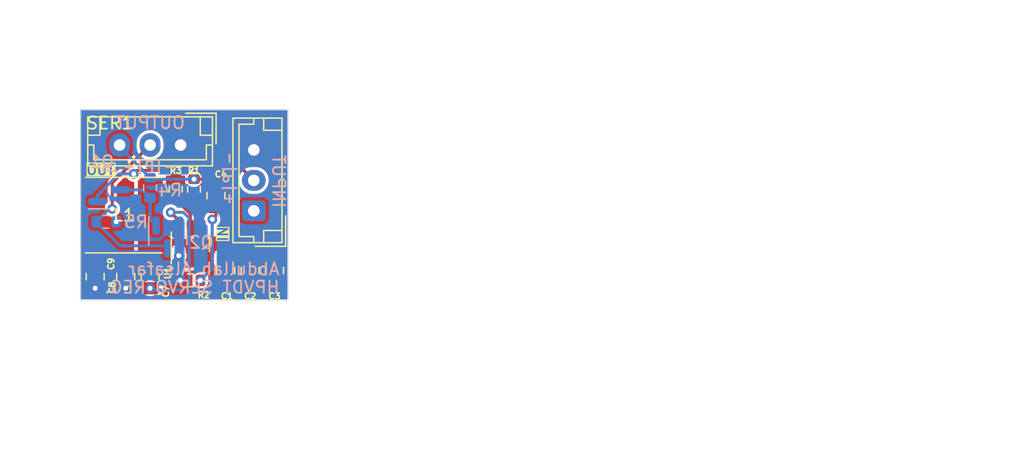
<source format=kicad_pcb>
(kicad_pcb (version 20241229) (generator "pcbnew") (generator_version "9.0")
  (title_block (title "Aircraft Joystick Reader & Regulator - Servo") (date "2023-06-03") (rev "6") (company "Human Powered Vehicles Design Team @ UOFT"))
  (layers (0 "F.Cu" signal) (2 "B.Cu" signal) (13 "F.Paste" user) (15 "B.Paste" user) (5 "F.SilkS" user "F.Silkscreen") (7 "B.SilkS" user "B.Silkscreen") (1 "F.Mask" user) (3 "B.Mask" user) (25 "Edge.Cuts" user))
  (net 0 "")
  (net 1 "+5V")
  (net 2 "GND")
  (net 3 "Net-(U1-SW)")
  (net 4 "Net-(U1-VBST)")
  (net 5 "Net-(U1-EN)")
  (net 6 "SER^{IN}")
  (net 7 "Net-(J1-Pin_1)")
  (net 8 "Net-(Q1-D)")
  (net 9 "SER^{OUT}")
  (net 10 "Net-(U1-VFB)")
  (footprint "Capacitor_SMD:C_0805_2012Metric" (layer "F.Cu") (at 136.3 65.3 90)
    (property "Reference" "C8" (at -0.9 -1.1 90) (layer "F.SilkS") (effects (font (size 0.5 0.5) (thickness 0.125))))
    (property "Value" "22uF")
    (fp_line (start -0.261252 -0.735) (end 0.261252 -0.735) (stroke (width 0.12)) (layer "F.SilkS"))
    (fp_line (start -0.261252 0.735) (end 0.261252 0.735) (stroke (width 0.12)) (layer "F.SilkS"))
    (pad "1" smd roundrect (at -0.95 0 90) (size 1 1.45) (layers "F.Cu" "F.Mask" "F.Paste") (net 2 "GND"))
    (pad "2" smd roundrect (at 0.95 0 90) (size 1 1.45) (layers "F.Cu" "F.Mask" "F.Paste") (net 1 "+5V"))
  )
  (footprint "Capacitor_SMD:C_0805_2012Metric" (layer "F.Cu") (at 138.3 65.3 -90)
    (property "Reference" "C7" (at 1.2 -1.3 90) (layer "F.SilkS") (effects (font (size 0.5 0.5) (thickness 0.125))))
    (property "Value" "0.1uF")
    (fp_line (start -0.261252 0.735) (end 0.261252 0.735) (stroke (width 0.12)) (layer "F.SilkS"))
    (fp_line (start -0.261252 -0.735) (end 0.261252 -0.735) (stroke (width 0.12)) (layer "F.SilkS"))
    (pad "1" smd roundrect (at -0.95 0 270) (size 1 1.45) (layers "F.Cu" "F.Mask" "F.Paste") (net 3 "Net-(U1-SW)"))
    (pad "2" smd roundrect (at 0.95 0 270) (size 1 1.45) (layers "F.Cu" "F.Mask" "F.Paste") (net 4 "Net-(U1-VBST)"))
  )
  (footprint "Capacitor_SMD:C_0805_2012Metric" (layer "F.Cu") (at 143.7 58.65 90)
    (property "Reference" "C4" (at 1.75 0.4 180) (layer "F.SilkS") (effects (font (size 0.5 0.5) (thickness 0.125))))
    (property "Value" "0.1uF")
    (fp_line (start -0.261252 -0.735) (end 0.261252 -0.735) (stroke (width 0.12)) (layer "F.SilkS"))
    (fp_line (start -0.261252 0.735) (end 0.261252 0.735) (stroke (width 0.12)) (layer "F.SilkS"))
    (pad "1" smd roundrect (at -0.95 0 90) (size 1 1.45) (layers "F.Cu" "F.Mask" "F.Paste") (net 10 "Net-(U1-VFB)"))
    (pad "2" smd roundrect (at 0.95 0 90) (size 1 1.45) (layers "F.Cu" "F.Mask" "F.Paste") (net 1 "+5V"))
  )
  (footprint "Capacitor_SMD:C_0805_2012Metric" (layer "F.Cu") (at 146.5 64.8 90)
    (property "Reference" "C2" (at -2.1 0 180) (layer "F.SilkS") (effects (font (size 0.5 0.5) (thickness 0.125))))
    (property "Value" "22uF")
    (fp_line (start -0.261252 -0.735) (end 0.261252 -0.735) (stroke (width 0.12)) (layer "F.SilkS"))
    (fp_line (start -0.261252 0.735) (end 0.261252 0.735) (stroke (width 0.12)) (layer "F.SilkS"))
    (pad "1" smd roundrect (at -0.95 0 90) (size 1 1.45) (layers "F.Cu" "F.Mask" "F.Paste") (net 7 "Net-(J1-Pin_1)"))
    (pad "2" smd roundrect (at 0.95 0 90) (size 1 1.45) (layers "F.Cu" "F.Mask" "F.Paste") (net 2 "GND"))
  )
  (footprint "Inductor_SMD:L_Taiyo-Yuden_NR-60xx" (layer "F.Cu") (at 136.15 60.25)
    (property "Reference" "L1" (at 0 0 0) (layer "F.SilkS"))
    (property "Value" "3.3uH")
    (fp_line (start -3.15 -3.1) (end 3.15 -3.1) (stroke (width 0.12)) (layer "F.SilkS"))
    (fp_line (start -3.15 3.1) (end 3.15 3.1) (stroke (width 0.12)) (layer "F.SilkS"))
    (pad "1" smd rect (at -2.35 0) (size 1.6 5.7) (layers "F.Cu" "F.Mask" "F.Paste") (net 1 "+5V"))
    (pad "2" smd rect (at 2.35 0) (size 1.6 5.7) (layers "F.Cu" "F.Mask" "F.Paste") (net 3 "Net-(U1-SW)"))
  )
  (footprint "Resistor_SMD:R_0603_1608Metric" (layer "F.Cu") (at 141.9 58.125 -90)
    (property "Reference" "R1" (at -1.525 0 180) (layer "F.SilkS") (effects (font (size 0.5 0.5) (thickness 0.125))))
    (property "Value" "54.9k")
    (fp_line (start -0.237258 0.5225) (end 0.237258 0.5225) (stroke (width 0.12)) (layer "F.SilkS"))
    (fp_line (start -0.237258 -0.5225) (end 0.237258 -0.5225) (stroke (width 0.12)) (layer "F.SilkS"))
    (pad "1" smd roundrect (at -0.825 0 270) (size 0.8 0.95) (layers "F.Cu" "F.Mask" "F.Paste") (net 1 "+5V"))
    (pad "2" smd roundrect (at 0.825 0 270) (size 0.8 0.95) (layers "F.Cu" "F.Mask" "F.Paste") (net 10 "Net-(U1-VFB)"))
  )
  (footprint "Capacitor_SMD:C_0805_2012Metric" (layer "F.Cu") (at 133.8 65.3 90)
    (property "Reference" "C9" (at 1.05 1.3 90) (layer "F.SilkS") (effects (font (size 0.5 0.5) (thickness 0.125))))
    (property "Value" "22uF")
    (fp_line (start -0.261252 -0.735) (end 0.261252 -0.735) (stroke (width 0.12)) (layer "F.SilkS"))
    (fp_line (start -0.261252 0.735) (end 0.261252 0.735) (stroke (width 0.12)) (layer "F.SilkS"))
    (pad "1" smd roundrect (at -0.95 0 90) (size 1 1.45) (layers "F.Cu" "F.Mask" "F.Paste") (net 2 "GND"))
    (pad "2" smd roundrect (at 0.95 0 90) (size 1 1.45) (layers "F.Cu" "F.Mask" "F.Paste") (net 1 "+5V"))
  )
  (footprint "Capacitor_SMD:C_0805_2012Metric" (layer "F.Cu") (at 144.5 64.8 90)
    (property "Reference" "C1" (at -2.1 0.1 180) (layer "F.SilkS") (effects (font (size 0.5 0.5) (thickness 0.125))))
    (property "Value" "22uF")
    (fp_line (start -0.261252 -0.735) (end 0.261252 -0.735) (stroke (width 0.12)) (layer "F.SilkS"))
    (fp_line (start -0.261252 0.735) (end 0.261252 0.735) (stroke (width 0.12)) (layer "F.SilkS"))
    (pad "1" smd roundrect (at -0.95 0 90) (size 1 1.45) (layers "F.Cu" "F.Mask" "F.Paste") (net 7 "Net-(J1-Pin_1)"))
    (pad "2" smd roundrect (at 0.95 0 90) (size 1 1.45) (layers "F.Cu" "F.Mask" "F.Paste") (net 2 "GND"))
  )
  (footprint "Resistor_SMD:R_0603_1608Metric" (layer "F.Cu") (at 141.6 65.6)
    (property "Reference" "R2" (at 1.1 1.2 0) (layer "F.SilkS") (effects (font (size 0.5 0.5) (thickness 0.125) (bold yes))))
    (property "Value" "10k")
    (fp_line (start -0.237258 -0.5225) (end 0.237258 -0.5225) (stroke (width 0.12)) (layer "F.SilkS"))
    (fp_line (start -0.237258 0.5225) (end 0.237258 0.5225) (stroke (width 0.12)) (layer "F.SilkS"))
    (pad "1" smd roundrect (at -0.825 0) (size 0.8 0.95) (layers "F.Cu" "F.Mask" "F.Paste") (net 2 "GND"))
    (pad "2" smd roundrect (at 0.825 0) (size 0.8 0.95) (layers "F.Cu" "F.Mask" "F.Paste") (net 10 "Net-(U1-VFB)"))
  )
  (footprint "Connector_JST:JST_EH_B3B-EH-A_1x03_P2.50mm_Vertical" (layer "F.Cu") (at 140.8 54.5 180)
    (property "Reference" "SER1" (at 5.8 1.8 0) (layer "F.SilkS"))
    (property "Value" "Conn_01x03_Pin")
    (fp_line (start 7.61 2.31) (end 7.61 -1.71) (stroke (width 0.12)) (layer "F.SilkS"))
    (fp_line (start 7.61 0.81) (end 6.61 0.81) (stroke (width 0.12)) (layer "F.SilkS"))
    (fp_line (start 7.61 -1.71) (end -2.61 -1.71) (stroke (width 0.12)) (layer "F.SilkS"))
    (fp_line (start 7.11 0) (end 7.61 0) (stroke (width 0.12)) (layer "F.SilkS"))
    (fp_line (start 7.11 -1.21) (end 7.11 0) (stroke (width 0.12)) (layer "F.SilkS"))
    (fp_line (start 6.61 0.81) (end 6.61 2.31) (stroke (width 0.12)) (layer "F.SilkS"))
    (fp_line (start -1.61 0.81) (end -1.61 2.31) (stroke (width 0.12)) (layer "F.SilkS"))
    (fp_line (start -2.11 0) (end -2.11 -1.21) (stroke (width 0.12)) (layer "F.SilkS"))
    (fp_line (start -2.11 -1.21) (end 7.11 -1.21) (stroke (width 0.12)) (layer "F.SilkS"))
    (fp_line (start -2.61 2.31) (end 7.61 2.31) (stroke (width 0.12)) (layer "F.SilkS"))
    (fp_line (start -2.61 0.81) (end -1.61 0.81) (stroke (width 0.12)) (layer "F.SilkS"))
    (fp_line (start -2.61 0) (end -2.11 0) (stroke (width 0.12)) (layer "F.SilkS"))
    (fp_line (start -2.61 -1.71) (end -2.61 2.31) (stroke (width 0.12)) (layer "F.SilkS"))
    (fp_line (start -2.91 2.61) (end -0.41 2.61) (stroke (width 0.12)) (layer "F.SilkS"))
    (fp_line (start -2.91 0.11) (end -2.91 2.61) (stroke (width 0.12)) (layer "F.SilkS"))
    (pad "1" thru_hole roundrect (at 0 0 180) (size 1.7 1.95) (drill 0.95) (layers "*.Cu" "*.Mask") (roundrect_rratio 0.1470588235) (net 2 "GND"))
    (pad "2" thru_hole oval (at 2.5 0 180) (size 1.7 1.95) (drill 0.95) (layers "*.Cu" "*.Mask") (net 9 "SER^{OUT}"))
    (pad "3" thru_hole oval (at 5 0 180) (size 1.7 1.95) (drill 0.95) (layers "*.Cu" "*.Mask") (net 1 "+5V"))
  )
  (footprint "Resistor_SMD:R_0603_1608Metric" (layer "F.Cu") (at 140.4 58.125 90)
    (property "Reference" "R3" (at 1.525 0 180) (layer "F.SilkS") (effects (font (size 0.5 0.5) (thickness 0.125))))
    (property "Value" "10k")
    (fp_line (start -0.237258 -0.5225) (end 0.237258 -0.5225) (stroke (width 0.12)) (layer "F.SilkS"))
    (fp_line (start -0.237258 0.5225) (end 0.237258 0.5225) (stroke (width 0.12)) (layer "F.SilkS"))
    (pad "1" smd roundrect (at -0.825 0 90) (size 0.8 0.95) (layers "F.Cu" "F.Mask" "F.Paste") (net 5 "Net-(U1-EN)"))
    (pad "2" smd roundrect (at 0.825 0 90) (size 0.8 0.95) (layers "F.Cu" "F.Mask" "F.Paste") (net 7 "Net-(J1-Pin_1)"))
  )
  (footprint "Connector_JST:JST_EH_B3B-EH-A_1x03_P2.50mm_Vertical" (layer "F.Cu") (at 146.8 59.9 90)
    (property "Reference" "J1" (hide yes))
    (property "Value" "Conn_01x03_Socket")
    (fp_line (start 7.61 -1.71) (end -2.61 -1.71) (stroke (width 0.12)) (layer "F.SilkS"))
    (fp_line (start -2.61 -1.71) (end -2.61 2.31) (stroke (width 0.12)) (layer "F.SilkS"))
    (fp_line (start 7.11 -1.21) (end 7.11 0) (stroke (width 0.12)) (layer "F.SilkS"))
    (fp_line (start -2.11 -1.21) (end 7.11 -1.21) (stroke (width 0.12)) (layer "F.SilkS"))
    (fp_line (start 7.11 0) (end 7.61 0) (stroke (width 0.12)) (layer "F.SilkS"))
    (fp_line (start -2.11 0) (end -2.11 -1.21) (stroke (width 0.12)) (layer "F.SilkS"))
    (fp_line (start -2.61 0) (end -2.11 0) (stroke (width 0.12)) (layer "F.SilkS"))
    (fp_line (start -2.91 0.11) (end -2.91 2.61) (stroke (width 0.12)) (layer "F.SilkS"))
    (fp_line (start 7.61 0.81) (end 6.61 0.81) (stroke (width 0.12)) (layer "F.SilkS"))
    (fp_line (start 6.61 0.81) (end 6.61 2.31) (stroke (width 0.12)) (layer "F.SilkS"))
    (fp_line (start -1.61 0.81) (end -1.61 2.31) (stroke (width 0.12)) (layer "F.SilkS"))
    (fp_line (start -2.61 0.81) (end -1.61 0.81) (stroke (width 0.12)) (layer "F.SilkS"))
    (fp_line (start 7.61 2.31) (end 7.61 -1.71) (stroke (width 0.12)) (layer "F.SilkS"))
    (fp_line (start -2.61 2.31) (end 7.61 2.31) (stroke (width 0.12)) (layer "F.SilkS"))
    (fp_line (start -2.91 2.61) (end -0.41 2.61) (stroke (width 0.12)) (layer "F.SilkS"))
    (pad "1" thru_hole roundrect (at 0 0 90) (size 1.7 1.95) (drill 0.95) (layers "*.Cu" "*.Mask") (roundrect_rratio 0.1470588235) (net 7 "Net-(J1-Pin_1)"))
    (pad "2" thru_hole oval (at 2.5 0 90) (size 1.7 1.95) (drill 0.95) (layers "*.Cu" "*.Mask") (net 6 "SER^{IN}"))
    (pad "3" thru_hole oval (at 5 0 90) (size 1.7 1.95) (drill 0.95) (layers "*.Cu" "*.Mask") (net 2 "GND"))
  )
  (footprint "Package_TO_SOT_SMD:TSOT-23-6" (layer "F.Cu") (at 141.6 62.4375 90)
    (property "Reference" "U1" (at -2.5625 -1.85 90) (layer "F.SilkS") (effects (font (size 0.5 0.5) (thickness 0.125))))
    (property "Value" "TPS563208DDCR")
    (fp_line (start 0 -1.56) (end 0.8 -1.56) (stroke (width 0.12)) (layer "F.SilkS"))
    (fp_line (start 0 -1.56) (end -1.8 -1.56) (stroke (width 0.12)) (layer "F.SilkS"))
    (fp_line (start 0 1.56) (end 0.8 1.56) (stroke (width 0.12)) (layer "F.SilkS"))
    (fp_line (start 0 1.56) (end -0.8 1.56) (stroke (width 0.12)) (layer "F.SilkS"))
    (pad "1" smd roundrect (at -1.1375 -0.95 90) (size 1.325 0.6) (layers "F.Cu" "F.Mask" "F.Paste") (net 2 "GND"))
    (pad "2" smd roundrect (at -1.1375 0 90) (size 1.325 0.6) (layers "F.Cu" "F.Mask" "F.Paste") (net 3 "Net-(U1-SW)"))
    (pad "3" smd roundrect (at -1.1375 0.95 90) (size 1.325 0.6) (layers "F.Cu" "F.Mask" "F.Paste") (net 7 "Net-(J1-Pin_1)"))
    (pad "4" smd roundrect (at 1.1375 0.95 90) (size 1.325 0.6) (layers "F.Cu" "F.Mask" "F.Paste") (net 10 "Net-(U1-VFB)"))
    (pad "5" smd roundrect (at 1.1375 0 90) (size 1.325 0.6) (layers "F.Cu" "F.Mask" "F.Paste") (net 5 "Net-(U1-EN)"))
    (pad "6" smd roundrect (at 1.1375 -0.95 90) (size 1.325 0.6) (layers "F.Cu" "F.Mask" "F.Paste") (net 4 "Net-(U1-VBST)"))
  )
  (footprint "Capacitor_SMD:C_0805_2012Metric" (layer "F.Cu") (at 148.5 64.8 90)
    (property "Reference" "C3" (at -2.1 0 180) (layer "F.SilkS") (effects (font (size 0.5 0.5) (thickness 0.125))))
    (property "Value" "22uF")
    (fp_line (start -0.261252 -0.735) (end 0.261252 -0.735) (stroke (width 0.12)) (layer "F.SilkS"))
    (fp_line (start -0.261252 0.735) (end 0.261252 0.735) (stroke (width 0.12)) (layer "F.SilkS"))
    (pad "1" smd roundrect (at -0.95 0 90) (size 1 1.45) (layers "F.Cu" "F.Mask" "F.Paste") (net 7 "Net-(J1-Pin_1)"))
    (pad "2" smd roundrect (at 0.95 0 90) (size 1 1.45) (layers "F.Cu" "F.Mask" "F.Paste") (net 2 "GND"))
  )
  (footprint "Package_TO_SOT_SMD:SOT-23" (layer "B.Cu") (at 134.9125 58.175)
    (property "Reference" "Q1" (at -0.5625 -2.3 0) (layer "B.SilkS") (effects (justify mirror)))
    (property "Value" "2N7002K")
    (fp_line (start 0 -1.56) (end -0.65 -1.56) (stroke (width 0.12)) (layer "B.SilkS"))
    (fp_line (start 0 -1.56) (end 0.65 -1.56) (stroke (width 0.12)) (layer "B.SilkS"))
    (fp_line (start 0 1.56) (end -1.675 1.56) (stroke (width 0.12)) (layer "B.SilkS"))
    (fp_line (start 0 1.56) (end 0.65 1.56) (stroke (width 0.12)) (layer "B.SilkS"))
    (pad "1" smd roundrect (at -0.9375 0.95) (size 1.475 0.6) (layers "B.Cu" "B.Mask" "B.Paste") (net 6 "SER^{IN}"))
    (pad "2" smd roundrect (at -0.9375 -0.95) (size 1.475 0.6) (layers "B.Cu" "B.Mask" "B.Paste") (net 2 "GND"))
    (pad "3" smd roundrect (at 0.9375 0) (size 1.475 0.6) (layers "B.Cu" "B.Mask" "B.Paste") (net 8 "Net-(Q1-D)"))
  )
  (footprint "Resistor_SMD:R_0603_1608Metric" (layer "B.Cu") (at 134.7 60.8 180)
    (property "Reference" "R5" (at -2.45 0 180) (layer "B.SilkS") (effects (justify mirror)))
    (property "Value" "5.1k")
    (fp_line (start -0.237258 0.5225) (end 0.237258 0.5225) (stroke (width 0.12)) (layer "B.SilkS"))
    (fp_line (start -0.237258 -0.5225) (end 0.237258 -0.5225) (stroke (width 0.12)) (layer "B.SilkS"))
    (pad "1" smd roundrect (at -0.825 0 180) (size 0.8 0.95) (layers "B.Cu" "B.Mask" "B.Paste") (net 1 "+5V"))
    (pad "2" smd roundrect (at 0.825 0 180) (size 0.8 0.95) (layers "B.Cu" "B.Mask" "B.Paste") (net 9 "SER^{OUT}"))
  )
  (footprint "Package_TO_SOT_SMD:SOT-23" (layer "B.Cu") (at 139.75 62.0375 -90)
    (property "Reference" "Q2" (at 0.4465 -2.744 0) (layer "B.SilkS") (effects (justify mirror)))
    (property "Value" "2N7002K")
    (fp_line (start 0 1.56) (end -1.675 1.56) (stroke (width 0.12)) (layer "B.SilkS"))
    (fp_line (start 0 1.56) (end 0.65 1.56) (stroke (width 0.12)) (layer "B.SilkS"))
    (fp_line (start 0 -1.56) (end -0.65 -1.56) (stroke (width 0.12)) (layer "B.SilkS"))
    (fp_line (start 0 -1.56) (end 0.65 -1.56) (stroke (width 0.12)) (layer "B.SilkS"))
    (pad "1" smd roundrect (at -0.9375 0.95 270) (size 1.475 0.6) (layers "B.Cu" "B.Mask" "B.Paste") (net 8 "Net-(Q1-D)"))
    (pad "2" smd roundrect (at -0.9375 -0.95 270) (size 1.475 0.6) (layers "B.Cu" "B.Mask" "B.Paste") (net 2 "GND"))
    (pad "3" smd roundrect (at 0.9375 0 270) (size 1.475 0.6) (layers "B.Cu" "B.Mask" "B.Paste") (net 9 "SER^{OUT}"))
  )
  (footprint "Resistor_SMD:R_0603_1608Metric" (layer "B.Cu") (at 138.3 58 -90)
    (property "Reference" "R4" (at 0.2 -1.65 180) (layer "B.SilkS") (effects (justify mirror)))
    (property "Value" "10k")
    (fp_line (start -0.237258 0.5225) (end 0.237258 0.5225) (stroke (width 0.12)) (layer "B.SilkS"))
    (fp_line (start -0.237258 -0.5225) (end 0.237258 -0.5225) (stroke (width 0.12)) (layer "B.SilkS"))
    (pad "1" smd roundrect (at -0.825 0 270) (size 0.8 0.95) (layers "B.Cu" "B.Mask" "B.Paste") (net 1 "+5V"))
    (pad "2" smd roundrect (at 0.825 0 270) (size 0.8 0.95) (layers "B.Cu" "B.Mask" "B.Paste") (net 8 "Net-(Q1-D)"))
  )
  (gr_rect (start 132.6 51.6) (end 149.6 67.2) (stroke (width 0.1)) (fill no) (layer "Edge.Cuts"))
  (gr_text "IN" (at 144.75 62.5 90) (layer "F.SilkS" knockout) (effects (font (size 0.8 0.8)) (justify left bottom)))
  (gr_text "OUT" (at 133 57 0) (layer "F.SilkS" knockout) (effects (font (size 0.8 0.8)) (justify left bottom)))
  (gr_text "OUTPUT" (at 141.25 53.25 0) (layer "B.SilkS") (effects (font (size 1 1)) (justify left bottom mirror)))
  (gr_text "-|P|+" (at 138.25 56.25 0) (layer "B.SilkS") (effects (font (size 0.8 0.8) (thickness 0.15) (bold yes)) (justify mirror)))
  (gr_text "HPVDT SERVO REG." (at 149 66.75 0) (layer "B.SilkS") (effects (font (size 1 1)) (justify left bottom mirror)))
  (gr_text "Abdullah Alsafar" (at 149 65.25 0) (layer "B.SilkS") (effects (font (size 1 1)) (justify left bottom mirror)))
  (gr_text "-|P|+" (at 144.75 57.25 90) (layer "B.SilkS") (effects (font (size 0.8 0.8) (thickness 0.15) (bold yes)) (justify mirror)))
  (gr_text "INPUT" (at 148.25 59.75 -90) (layer "B.SilkS") (effects (font (size 1 1)) (justify left bottom mirror)))
  (segment (start 141.9 57.3) (end 143.3 57.3) (width 0.25) (layer "F.Cu") (net 1))
  (segment (start 133.8 60.25) (end 133.8 56.5) (width 0.25) (layer "F.Cu") (net 1))
  (segment (start 134.35 60.8) (end 133.8 60.25) (width 0.25) (layer "F.Cu") (net 1))
  (segment (start 135.525 60.8) (end 134.35 60.8) (width 0.25) (layer "F.Cu") (net 1))
  (segment (start 143.3 57.3) (end 143.7 57.7) (width 0.25) (layer "F.Cu") (net 1))
  (segment (start 133.8 64.35) (end 133.805698 64.344302) (width 0.25) (layer "F.Cu") (net 1))
  (segment (start 133.8 56.5) (end 133.6245 56.3245) (width 0.25) (layer "F.Cu") (net 1))
  (via (at 141.9 57.3) (size 0.8) (drill 0.4) (layers "F.Cu" "B.Cu") (net 1))
  (via (at 135.525 60.8) (size 0.8) (drill 0.4) (layers "F.Cu" "B.Cu") (net 1))
  (segment (start 135.8 54.675) (end 138.3 57.175) (width 0.25) (layer "B.Cu") (net 1))
  (segment (start 135.8 54.5) (end 135.8 54.8) (width 0.25) (layer "B.Cu") (net 1))
  (segment (start 135.8 54.5) (end 135.8 54.675) (width 0.25) (layer "B.Cu") (net 1))
  (segment (start 141.9 57.3) (end 138.425 57.3) (width 0.25) (layer "B.Cu") (net 1))
  (segment (start 135.8 54.675) (end 135.8 54.8) (width 0.25) (layer "B.Cu") (net 1))
  (segment (start 138.425 57.3) (end 138.3 57.175) (width 0.25) (layer "B.Cu") (net 1))
  (segment (start 148.2 54.95) (end 148.6 55.35) (width 0.25) (layer "F.Cu") (net 2))
  (segment (start 148.15 54.9) (end 148.2 54.95) (width 0.25) (layer "F.Cu") (net 2))
  (segment (start 148.2 52.8) (end 148.2 54.95) (width 0.25) (layer "F.Cu") (net 2))
  (segment (start 148.6 55.35) (end 148.6 63.75) (width 0.25) (layer "F.Cu") (net 2))
  (segment (start 144.5 63.85) (end 146.5 63.85) (width 0.25) (layer "F.Cu") (net 2))
  (segment (start 146.8 54.9) (end 148.15 54.9) (width 0.25) (layer "F.Cu") (net 2))
  (segment (start 146.5 63.85) (end 148.5 63.85) (width 0.25) (layer "F.Cu") (net 2))
  (segment (start 148.6 63.75) (end 148.5 63.85) (width 0.25) (layer "F.Cu") (net 2))
  (segment (start 140.8 54.5) (end 140.8 52.6) (width 0.25) (layer "F.Cu") (net 2))
  (segment (start 140.8 52.6) (end 148 52.6) (width 0.25) (layer "F.Cu") (net 2))
  (segment (start 140.65 65.475) (end 140.775 65.6) (width 0.25) (layer "F.Cu") (net 2))
  (segment (start 148 52.6) (end 148.2 52.8) (width 0.25) (layer "F.Cu") (net 2))
  (via (at 133.8 66.25) (size 0.8) (drill 0.4) (layers "F.Cu" "B.Cu") (net 2))
  (via (at 140.65 63.575) (size 0.8) (drill 0.4) (layers "F.Cu" "B.Cu") (net 2))
  (via (at 140.775 65.6) (size 0.8) (drill 0.4) (layers "F.Cu" "B.Cu") (net 2))
  (via (at 136.3 66.25) (size 0.8) (drill 0.4) (layers "F.Cu" "B.Cu") (net 2))
  (segment (start 140.65 63.575) (end 140.65 65.475) (width 0.25) (layer "B.Cu") (net 2))
  (segment (start 140.65 65.475) (end 140.775 65.6) (width 0.25) (layer "B.Cu") (net 2))
  (segment (start 140.7 63.525) (end 140.7 61.1) (width 0.25) (layer "B.Cu") (net 2))
  (segment (start 140.7 61.1) (end 140.7 63.5) (width 0.25) (layer "B.Cu") (net 2))
  (segment (start 140.65 63.575) (end 140.7 63.525) (width 0.25) (layer "B.Cu") (net 2))
  (segment (start 140.65 61.3) (end 140.65 60.683674) (width 0.25) (layer "F.Cu") (net 4))
  (segment (start 140.65 60.683674) (end 139.985632 60.019306) (width 0.25) (layer "F.Cu") (net 4))
  (via (at 138.3 66.25) (size 0.8) (drill 0.4) (layers "F.Cu" "B.Cu") (net 4))
  (via (at 139.985632 60.019306) (size 0.8) (drill 0.4) (layers "F.Cu" "B.Cu") (net 4))
  (segment (start 141.5 65.900305) (end 141.000305 66.4) (width 0.25) (layer "B.Cu") (net 4))
  (segment (start 141.000305 66.4) (end 138.45 66.4) (width 0.25) (layer "B.Cu") (net 4))
  (segment (start 139.985632 60.019306) (end 141.028557 60.019306) (width 0.25) (layer "B.Cu") (net 4))
  (segment (start 141.5 60.490749) (end 141.5 65.900305) (width 0.25) (layer "B.Cu") (net 4))
  (segment (start 138.45 66.4) (end 138.3 66.25) (width 0.25) (layer "B.Cu") (net 4))
  (segment (start 141.028557 60.019306) (end 141.5 60.490749) (width 0.25) (layer "B.Cu") (net 4))
  (segment (start 141.6 60.15) (end 141.6 61.3) (width 0.25) (layer "F.Cu") (net 5))
  (segment (start 140.4 58.95) (end 141.6 60.15) (width 0.25) (layer "F.Cu") (net 5))
  (segment (start 137.25 56.575) (end 145.975 56.575) (width 0.25) (layer "F.Cu") (net 6))
  (segment (start 136.962701 56.862299) (end 137.25 56.575) (width 0.25) (layer "F.Cu") (net 6))
  (segment (start 145.975 56.575) (end 146.8 57.4) (width 0.25) (layer "F.Cu") (net 6))
  (via (at 136.962701 56.862299) (size 0.8) (drill 0.4) (layers "F.Cu" "B.Cu") (net 6))
  (segment (start 133.975 59.125) (end 133.975 58.64075) (width 0.25) (layer "B.Cu") (net 6))
  (segment (start 135.753451 56.862299) (end 136.962701 56.862299) (width 0.25) (layer "B.Cu") (net 6))
  (segment (start 133.975 58.64075) (end 135.753451 56.862299) (width 0.25) (layer "B.Cu") (net 6))
  (segment (start 142.55 63.8) (end 144.5 65.75) (width 0.25) (layer "F.Cu") (net 7))
  (segment (start 146.7 59.9) (end 146.7 60.3) (width 0.5) (layer "F.Cu") (net 7))
  (segment (start 142.55 63.575) (end 142.55 63.8) (width 0.25) (layer "F.Cu") (net 7))
  (segment (start 146.8 59.9) (end 146.7 59.9) (width 0.25) (layer "F.Cu") (net 7))
  (segment (start 142.55 63.3375) (end 142.55 63.8) (width 0.25) (layer "F.Cu") (net 7))
  (segment (start 143.125 63.575) (end 146.8 59.9) (width 0.25) (layer "F.Cu") (net 7))
  (segment (start 144.5 65.75) (end 146.5 65.75) (width 0.25) (layer "F.Cu") (net 7))
  (segment (start 146.5 65.75) (end 148.5 65.75) (width 0.25) (layer "F.Cu") (net 7))
  (segment (start 142.55 63.575) (end 143.125 63.575) (width 0.25) (layer "F.Cu") (net 7))
  (segment (start 138.3 60.6) (end 138.8 61.1) (width 0.25) (layer "B.Cu") (net 8))
  (segment (start 137.65 58.175) (end 138.3 58.825) (width 0.25) (layer "B.Cu") (net 8))
  (segment (start 135.85 58.175) (end 137.65 58.175) (width 0.25) (layer "B.Cu") (net 8))
  (segment (start 138.3 58.825) (end 138.3 60.6) (width 0.25) (layer "B.Cu") (net 8))
  (segment (start 138 54.8) (end 138.3 54.8) (width 0.25) (layer "F.Cu") (net 9))
  (segment (start 135.199502 59.735411) (end 135.199502 57.600498) (width 0.25) (layer "F.Cu") (net 9))
  (segment (start 135.199502 57.600498) (end 138 54.8) (width 0.25) (layer "F.Cu") (net 9))
  (segment (start 138.3 54.5) (end 135.199502 57.600498) (width 0.25) (layer "F.Cu") (net 9))
  (via (at 135.199502 59.735411) (size 0.8) (drill 0.4) (layers "F.Cu" "B.Cu") (net 9))
  (segment (start 134.857538 59.8) (end 134.7 59.957538) (width 0.25) (layer "B.Cu") (net 9))
  (segment (start 135.199502 59.735411) (end 135.134913 59.8) (width 0.25) (layer "B.Cu") (net 9))
  (segment (start 134.7 59.957538) (end 134.7 59.975) (width 0.25) (layer "B.Cu") (net 9))
  (segment (start 135.842572 62.767572) (end 139.542572 62.767572) (width 0.25) (layer "B.Cu") (net 9))
  (segment (start 134.7 59.975) (end 133.875 60.8) (width 0.25) (layer "B.Cu") (net 9))
  (segment (start 139.542572 62.767572) (end 139.75 62.975) (width 0.25) (layer "B.Cu") (net 9))
  (segment (start 133.875 60.8) (end 135.842572 62.767572) (width 0.25) (layer "B.Cu") (net 9))
  (segment (start 135.134913 59.8) (end 134.857538 59.8) (width 0.25) (layer "B.Cu") (net 9))
  (segment (start 143.35 59.425) (end 143.35 59.6) (width 0.25) (layer "F.Cu") (net 10))
  (segment (start 142.375 59.425) (end 142.8 59.425) (width 0.25) (layer "F.Cu") (net 10))
  (segment (start 141.9 58.95) (end 142.375 59.425) (width 0.25) (layer "F.Cu") (net 10))
  (segment (start 143.7 60.3) (end 143.4 60.6) (width 0.25) (layer "F.Cu") (net 10))
  (segment (start 143.7 59.6) (end 143.7 60.3) (width 0.25) (layer "F.Cu") (net 10))
  (segment (start 142.8 59.425) (end 143.35 59.425) (width 0.25) (layer "F.Cu") (net 10))
  (segment (start 142.8 59.425) (end 142.55 59.675) (width 0.25) (layer "F.Cu") (net 10))
  (segment (start 142.55 59.675) (end 142.55 61.3) (width 0.25) (layer "F.Cu") (net 10))
  (via (at 142.425 65.6) (size 0.8) (drill 0.4) (layers "F.Cu" "B.Cu") (net 10))
  (via (at 143.4 60.6) (size 0.8) (drill 0.4) (layers "F.Cu" "B.Cu") (net 10))
  (segment (start 142.425 65.6) (end 143.392865 64.632135) (width 0.25) (layer "B.Cu") (net 10))
  (segment (start 143.392865 64.632135) (end 143.392865 60.607135) (width 0.25) (layer "B.Cu") (net 10))
  (segment (start 143.392865 60.607135) (end 143.4 60.6) (width 0.25) (layer "B.Cu") (net 10))
  (zone (net 7) (net_name "Net-(J1-Pin_1)") (layer "F.Cu") (priority 3) (connect_pads yes (clearance 0.25)) (min_thickness 0.15) (fill yes (thermal_gap 0.25) (thermal_bridge_width 0.15))
    (polygon (pts (xy 148.4 61.4) (xy 143.6 63.2) (xy 143.6 64.6) (xy 144.5 64.8) (xy 149.2 64.8) (xy 149.2 66.3) (xy 142.700022 66.3) (xy 142.2 66.174995) (xy 142.2 65.6) (xy 142.2 62.6) (xy 145 61.4)))
  )
  (zone (net 2) (net_name "GND") (layer "F.Cu") (connect_pads yes (clearance 0.25)) (min_thickness 0.15) (fill yes (thermal_gap 0.25) (thermal_bridge_width 0.15))
    (polygon (pts (xy 126 42.6) (xy 156.6 42.6) (xy 156.6 79.8) (xy 126 79.8)))
  )
  (zone (net 3) (net_name "Net-(U1-SW)") (layer "F.Cu") (priority 2) (connect_pads yes (clearance 0.25)) (min_thickness 0.15) (fill yes (thermal_gap 0.25) (thermal_bridge_width 0.15))
    (polygon (pts (xy 139.5 57.2) (xy 139.6 61.8) (xy 140.1 62.2) (xy 142 62.2) (xy 142 64.510814) (xy 138.49738 64.889476) (xy 137.3 64.65) (xy 137.3 57.2) (xy 139.4 57.2)))
  )
  (zone (net 7) (net_name "Net-(J1-Pin_1)") (layer "F.Cu") (priority 3) (connect_pads yes (clearance 0.25)) (min_thickness 0.15) (fill yes (thermal_gap 0.25) (thermal_bridge_width 0.15))
    (polygon (pts (xy 144.8 57) (xy 145.6 58.6) (xy 148.4 58.6) (xy 148.4 61.4) (xy 145 61.4) (xy 144.8 59) (xy 139.6 58.8) (xy 139.6 57)))
  )
  (zone (net 1) (net_name "+5V") (layer "F.Cu") (priority 2) (connect_pads yes (clearance 0.25)) (min_thickness 0.15) (fill yes (thermal_gap 0.25) (thermal_bridge_width 0.15))
    (polygon (pts (xy 132.8 53) (xy 137 53) (xy 137 64.575) (xy 136.75 64.95) (xy 132.8 64.95)))
  )
  (zone (net 2) (net_name "GND") (layer "B.Cu") (connect_pads yes (clearance 0.25)) (min_thickness 0.15) (fill yes (thermal_gap 0.25) (thermal_bridge_width 0.15))
    (polygon (pts (xy 126 42.6) (xy 156.6 42.6) (xy 156.6 79.8) (xy 126 79.8)))
  )
)
</source>
